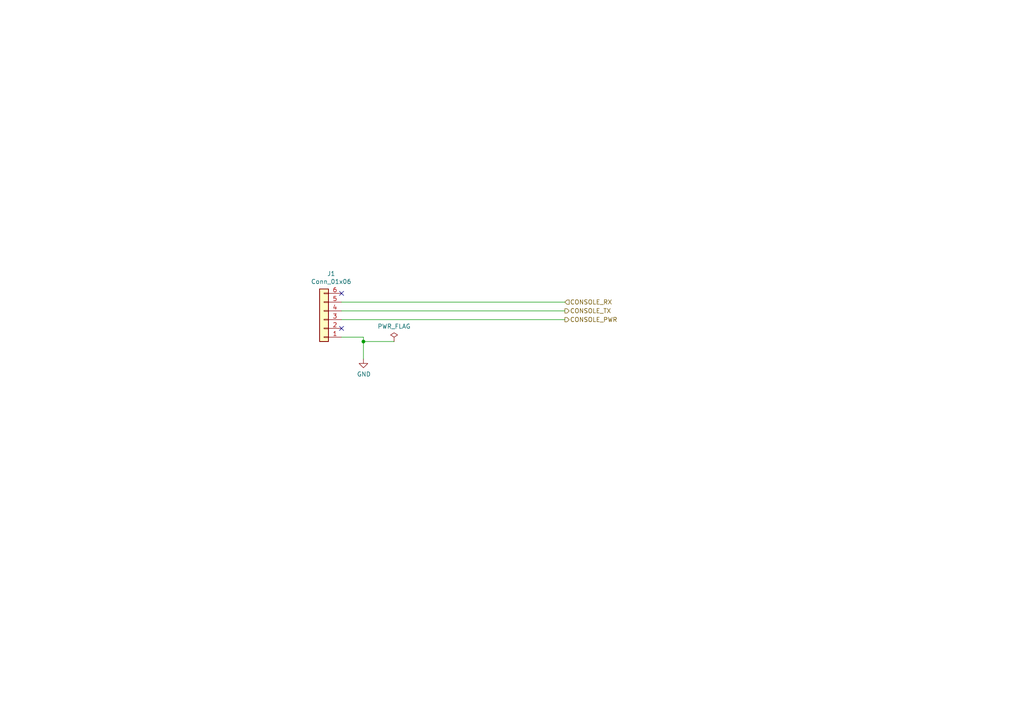
<source format=kicad_sch>
(kicad_sch (version 20230121) (generator eeschema)
  (paper "A4")
  (title_block (date "2024-07-22") (rev "1.3") (comment 1 "Design by: Matt Casari") (comment 2 "Updated by Joseph Kurina"))
  (lib_symbols
    (symbol "Connector_Generic:Conn_01x06" (pin_names (offset 1.016) hide)
      (property "Reference" "J" (at 0 7.62 0))
      (property "Value" "Conn_01x06" (at 0 -10.16 0))
      (symbol "Conn_01x06_1_1"
        (rectangle (start -1.27 -7.493) (end 0 -7.747) (stroke (width 0.1524)))
        (rectangle (start -1.27 -4.953) (end 0 -5.207) (stroke (width 0.1524)))
        (rectangle (start -1.27 -2.413) (end 0 -2.667) (stroke (width 0.1524)))
        (rectangle (start -1.27 0.127) (end 0 -0.127) (stroke (width 0.1524)))
        (rectangle (start -1.27 2.667) (end 0 2.413) (stroke (width 0.1524)))
        (rectangle (start -1.27 5.207) (end 0 4.953) (stroke (width 0.1524)))
        (rectangle (start -1.27 6.35) (end 1.27 -8.89) (stroke (width 0.254)) (fill (type background)))
        (pin passive line (at -5.08 5.08 0) (length 3.81) (name "Pin_1") (number "1"))
        (pin passive line (at -5.08 2.54 0) (length 3.81) (name "Pin_2") (number "2"))
        (pin passive line (at -5.08 0 0) (length 3.81) (name "Pin_3") (number "3"))
        (pin passive line (at -5.08 -2.54 0) (length 3.81) (name "Pin_4") (number "4"))
        (pin passive line (at -5.08 -5.08 0) (length 3.81) (name "Pin_5") (number "5"))
        (pin passive line (at -5.08 -7.62 0) (length 3.81) (name "Pin_6") (number "6"))
      )
    )
    (symbol "power:GND" (power) (pin_names (offset 0))
      (property "Value" "GND" (at 0 -3.81 0))
      (symbol "GND_0_1"
        (polyline (pts (xy 0 0) (xy 0 -1.27) (xy 1.27 -1.27) (xy 0 -2.54) (xy -1.27 -1.27) (xy 0 -1.27)))
      )
      (symbol "GND_1_1"
        (pin power_in line (at 0 0 270) (length 0) hide (name "GND") (number "1"))
      )
    )
    (symbol "power:PWR_FLAG" (power) (pin_numbers hide) (pin_names (offset 0) hide)
      (property "Value" "PWR_FLAG" (at 0 3.81 0))
      (symbol "PWR_FLAG_0_0"
        (pin power_out line (at 0 0 90) (length 0) (name "pwr") (number "1"))
      )
      (symbol "PWR_FLAG_0_1"
        (polyline (pts (xy 0 0) (xy 0 1.27) (xy -1.016 1.905) (xy 0 2.54) (xy 1.016 1.905) (xy 0 1.27)))
      )
    )
  )
  (junction (at 105.41 99.06))
  (no_connect (at 99.06 85.09))
  (no_connect (at 99.06 95.25))
  (wire (pts (xy 105.41 97.79) (xy 105.41 99.06)))
  (wire (pts (xy 105.41 99.06) (xy 114.3 99.06)))
  (wire (pts (xy 99.06 92.71) (xy 163.83 92.71)))
  (wire (pts (xy 99.06 90.17) (xy 163.83 90.17)))
  (wire (pts (xy 105.41 99.06) (xy 105.41 104.14)))
  (wire (pts (xy 99.06 87.63) (xy 163.83 87.63)))
  (wire (pts (xy 99.06 97.79) (xy 105.41 97.79)))
  (hierarchical_label "CONSOLE_RX" (shape input) (at 163.83 87.63 0))
  (hierarchical_label "CONSOLE_TX" (shape output) (at 163.83 90.17 0))
  (hierarchical_label "CONSOLE_PWR" (shape output) (at 163.83 92.71 0))
  (symbol (lib_id "Connector_Generic:Conn_01x06") (at 93.98 92.71 180) (unit 1)
    (property "Reference" "J1" (at 96.0628 79.375 0))
    (property "Value" "Conn_01x06" (at 96.0628 81.6864 0))
    (property "Footprint" "Connector_PinSocket_2.54mm:PinSocket_1x06_P2.54mm_Vertical" (effects hide))
    (property "MPN" "61300611121" (effects hide))
  )
  (symbol (lib_id "power:GND") (at 105.41 104.14 0) (unit 1)
    (property "Reference" "#PWR08" (effects hide))
    (property "Value" "GND" (at 105.537 108.5342 0))
  )
  (symbol (lib_id "power:PWR_FLAG") (at 114.3 99.06 0) (unit 1)
    (property "Reference" "#FLG0103" (effects hide))
    (property "Value" "PWR_FLAG" (at 114.3 94.6658 0))
  )
)
</source>
